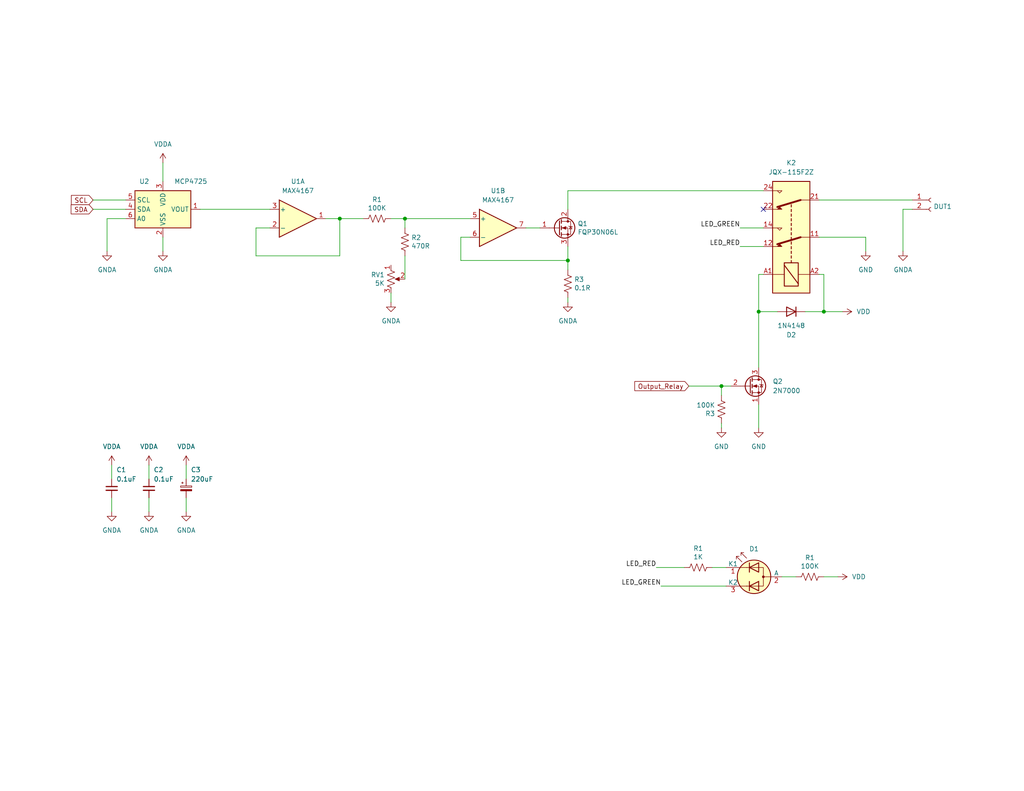
<source format=kicad_sch>
(kicad_sch (version 20230121) (generator eeschema)
  (paper "USLetter")
  (title_block (title "Dummy Load V2") (rev "1"))
  (lib_symbols
    (symbol "Amplifier_Operational:TL062" (pin_names (offset 0.127))
      (property "Reference" "U" (at 0 5.08 0))
      (property "Value" "TL062" (at 0 -5.08 0))
      (symbol "TL062_1_1"
        (polyline (pts (xy -5.08 5.08) (xy 5.08 0) (xy -5.08 -5.08) (xy -5.08 5.08)) (stroke (width 0.254)) (fill (type background)))
        (pin output line (at 7.62 0 180) (length 2.54) (name "~") (number "1"))
        (pin input line (at -7.62 -2.54 0) (length 2.54) (name "-") (number "2"))
        (pin input line (at -7.62 2.54 0) (length 2.54) (name "+") (number "3"))
      )
      (symbol "TL062_2_1"
        (polyline (pts (xy -5.08 5.08) (xy 5.08 0) (xy -5.08 -5.08) (xy -5.08 5.08)) (stroke (width 0.254)) (fill (type background)))
        (pin input line (at -7.62 2.54 0) (length 2.54) (name "+") (number "5"))
        (pin input line (at -7.62 -2.54 0) (length 2.54) (name "-") (number "6"))
        (pin output line (at 7.62 0 180) (length 2.54) (name "~") (number "7"))
      )
      (symbol "TL062_3_1"
        (pin power_in line (at -2.54 -7.62 90) (length 3.81) (name "V-") (number "4"))
        (pin power_in line (at -2.54 7.62 270) (length 3.81) (name "V+") (number "8"))
      )
    )
    (symbol "Analog_DAC:MCP4725xxx-xCH"
      (property "Reference" "U" (at -6.35 6.35 0))
      (property "Value" "MCP4725xxx-xCH" (at 8.89 6.35 0))
      (symbol "MCP4725xxx-xCH_0_1"
        (rectangle (start -7.62 5.08) (end 7.62 -5.08) (stroke (width 0.254)) (fill (type background)))
      )
      (symbol "MCP4725xxx-xCH_1_1"
        (pin output line (at 10.16 0 180) (length 2.54) (name "VOUT") (number "1"))
        (pin power_in line (at 0 -7.62 90) (length 2.54) (name "VSS") (number "2"))
        (pin power_in line (at 0 7.62 270) (length 2.54) (name "VDD") (number "3"))
        (pin bidirectional line (at -10.16 0 0) (length 2.54) (name "SDA") (number "4"))
        (pin input line (at -10.16 2.54 0) (length 2.54) (name "SCL") (number "5"))
        (pin input line (at -10.16 -2.54 0) (length 2.54) (name "A0") (number "6"))
      )
    )
    (symbol "BasicDummyLoad-rescue:Conn_01x02_Female-Connector" (pin_names (offset 1.016) hide)
      (property "Reference" "J" (at 0 2.54 0))
      (property "Value" "Connector_Conn_01x02_Female" (at 0 -5.08 0))
      (symbol "Conn_01x02_Female-Connector_1_1"
        (arc (start 0 -2.032) (mid -0.5058 -2.54) (end 0 -3.048) (stroke (width 0.1524)))
        (polyline (pts (xy -1.27 -2.54) (xy -0.508 -2.54)) (stroke (width 0.1524)))
        (polyline (pts (xy -1.27 0) (xy -0.508 0)) (stroke (width 0.1524)))
        (arc (start 0 0.508) (mid -0.5058 0) (end 0 -0.508) (stroke (width 0.1524)))
        (pin passive line (at -5.08 0 0) (length 3.81) (name "Pin_1") (number "1"))
        (pin passive line (at -5.08 -2.54 0) (length 3.81) (name "Pin_2") (number "2"))
      )
    )
    (symbol "BasicDummyLoad-rescue:R_POT_US-Device" (pin_names (offset 1.016) hide)
      (property "Reference" "RV" (at -4.445 0 90))
      (property "Value" "Device_R_POT_US" (at -2.54 0 90))
      (symbol "R_POT_US-Device_0_1"
        (polyline (pts (xy 0 -2.286) (xy 0 -2.54)))
        (polyline (pts (xy 0 2.54) (xy 0 2.286)))
        (polyline (pts (xy 2.54 0) (xy 1.524 0)))
        (polyline (pts (xy 1.143 0) (xy 2.286 0.508) (xy 2.286 -0.508) (xy 1.143 0)) (fill (type outline)))
        (polyline (pts (xy 0 -0.762) (xy 1.016 -1.143) (xy 0 -1.524) (xy -1.016 -1.905) (xy 0 -2.286)))
        (polyline (pts (xy 0 0.762) (xy 1.016 0.381) (xy 0 0) (xy -1.016 -0.381) (xy 0 -0.762)))
        (polyline (pts (xy 0 2.286) (xy 1.016 1.905) (xy 0 1.524) (xy -1.016 1.143) (xy 0 0.762)))
      )
      (symbol "R_POT_US-Device_1_1"
        (pin passive line (at 0 3.81 270) (length 1.27) (name "1") (number "1"))
        (pin passive line (at 3.81 0 180) (length 1.27) (name "2") (number "2"))
        (pin passive line (at 0 -3.81 90) (length 1.27) (name "3") (number "3"))
      )
    )
    (symbol "Device:C_Polarized_Small" (pin_numbers hide) (pin_names (offset 0.254) hide)
      (property "Reference" "C" (at 0.254 1.778 0))
      (property "Value" "C_Polarized_Small" (at 0.254 -2.032 0))
      (symbol "C_Polarized_Small_0_1"
        (rectangle (start -1.524 -0.3048) (end 1.524 -0.6858) (fill (type outline)))
        (rectangle (start -1.524 0.6858) (end 1.524 0.3048))
        (polyline (pts (xy -1.27 1.524) (xy -0.762 1.524)))
        (polyline (pts (xy -1.016 1.27) (xy -1.016 1.778)))
      )
      (symbol "C_Polarized_Small_1_1"
        (pin passive line (at 0 2.54 270) (length 1.8542) (name "~") (number "1"))
        (pin passive line (at 0 -2.54 90) (length 1.8542) (name "~") (number "2"))
      )
    )
    (symbol "Device:C_Small" (pin_numbers hide) (pin_names (offset 0.254) hide)
      (property "Reference" "C" (at 0.254 1.778 0))
      (property "Value" "C_Small" (at 0.254 -2.032 0))
      (symbol "C_Small_0_1"
        (polyline (pts (xy -1.524 -0.508) (xy 1.524 -0.508)) (stroke (width 0.3302)))
        (polyline (pts (xy -1.524 0.508) (xy 1.524 0.508)) (stroke (width 0.3048)))
      )
      (symbol "C_Small_1_1"
        (pin passive line (at 0 2.54 270) (length 2.032) (name "~") (number "1"))
        (pin passive line (at 0 -2.54 90) (length 2.032) (name "~") (number "2"))
      )
    )
    (symbol "Device:LED_Dual_KAK" (pin_names (offset 0))
      (property "Reference" "D" (at 0 5.715 0))
      (property "Value" "LED_Dual_KAK" (at 0 -6.35 0))
      (symbol "LED_Dual_KAK_0_1"
        (circle (center -2.54 0) (radius 0.2794) (fill (type outline)))
        (polyline (pts (xy -4.572 0) (xy -2.54 0)))
        (polyline (pts (xy 1.27 -1.27) (xy 1.27 -3.81)) (stroke (width 0.254)))
        (polyline (pts (xy 1.27 3.81) (xy 1.27 1.27)) (stroke (width 0.254)))
        (polyline (pts (xy 3.81 -2.54) (xy 1.905 -2.54)))
        (polyline (pts (xy 3.81 2.54) (xy 1.905 2.54)))
        (polyline (pts (xy -1.27 -1.27) (xy -1.27 -3.81) (xy 1.27 -2.54) (xy -1.27 -1.27)) (stroke (width 0.254)))
        (polyline (pts (xy -1.27 3.81) (xy -1.27 1.27) (xy 1.27 2.54) (xy -1.27 3.81)) (stroke (width 0.254)))
        (polyline (pts (xy 2.032 2.54) (xy -2.54 2.54) (xy -2.54 -2.54) (xy 2.032 -2.54)))
        (polyline (pts (xy 2.032 5.08) (xy 3.556 6.604) (xy 2.794 6.604) (xy 3.556 6.604) (xy 3.556 5.842)))
        (polyline (pts (xy 3.302 4.064) (xy 4.826 5.588) (xy 4.064 5.588) (xy 4.826 5.588) (xy 4.826 4.826)))
        (circle (center 0 0) (radius 4.572) (stroke (width 0.254)) (fill (type background)))
      )
      (symbol "LED_Dual_KAK_1_1"
        (pin input line (at 7.62 2.54 180) (length 3.81) (name "K1") (number "1"))
        (pin input line (at -7.62 0 0) (length 3.048) (name "A") (number "2"))
        (pin input line (at 7.62 -2.54 180) (length 3.81) (name "K2") (number "3"))
      )
    )
    (symbol "Device:R_US" (pin_numbers hide) (pin_names (offset 0))
      (property "Reference" "R" (at 2.54 0 90))
      (property "Value" "R_US" (at -2.54 0 90))
      (symbol "R_US_0_1"
        (polyline (pts (xy 0 -2.286) (xy 0 -2.54)))
        (polyline (pts (xy 0 2.286) (xy 0 2.54)))
        (polyline (pts (xy 0 -0.762) (xy 1.016 -1.143) (xy 0 -1.524) (xy -1.016 -1.905) (xy 0 -2.286)))
        (polyline (pts (xy 0 0.762) (xy 1.016 0.381) (xy 0 0) (xy -1.016 -0.381) (xy 0 -0.762)))
        (polyline (pts (xy 0 2.286) (xy 1.016 1.905) (xy 0 1.524) (xy -1.016 1.143) (xy 0 0.762)))
      )
      (symbol "R_US_1_1"
        (pin passive line (at 0 3.81 270) (length 1.27) (name "~") (number "1"))
        (pin passive line (at 0 -3.81 90) (length 1.27) (name "~") (number "2"))
      )
    )
    (symbol "Diode:1N4148" (pin_numbers hide) (pin_names hide)
      (property "Reference" "D" (at 0 2.54 0))
      (property "Value" "1N4148" (at 0 -2.54 0))
      (symbol "1N4148_0_1"
        (polyline (pts (xy -1.27 1.27) (xy -1.27 -1.27)) (stroke (width 0.254)))
        (polyline (pts (xy 1.27 0) (xy -1.27 0)))
        (polyline (pts (xy 1.27 1.27) (xy 1.27 -1.27) (xy -1.27 0) (xy 1.27 1.27)) (stroke (width 0.254)))
      )
      (symbol "1N4148_1_1"
        (pin passive line (at -3.81 0 0) (length 2.54) (name "K") (number "1"))
        (pin passive line (at 3.81 0 180) (length 2.54) (name "A") (number "2"))
      )
    )
    (symbol "Relay:Relay_DPDT"
      (property "Reference" "K" (at 16.51 3.81 0))
      (property "Value" "Relay_DPDT" (at 16.51 1.27 0))
      (symbol "Relay_DPDT_0_1"
        (rectangle (start -15.24 5.08) (end 15.24 -5.08) (stroke (width 0.254)) (fill (type background)))
        (rectangle (start -13.335 1.905) (end -6.985 -1.905) (stroke (width 0.254)))
        (polyline (pts (xy -12.7 -1.905) (xy -7.62 1.905)) (stroke (width 0.254)))
        (polyline (pts (xy -10.16 -5.08) (xy -10.16 -1.905)))
        (polyline (pts (xy -10.16 5.08) (xy -10.16 1.905)))
        (polyline (pts (xy -6.985 0) (xy -6.35 0)) (stroke (width 0.254)))
        (polyline (pts (xy -5.715 0) (xy -5.08 0)) (stroke (width 0.254)))
        (polyline (pts (xy -4.445 0) (xy -3.81 0)) (stroke (width 0.254)))
        (polyline (pts (xy -3.175 0) (xy -2.54 0)) (stroke (width 0.254)))
        (polyline (pts (xy -1.905 0) (xy -1.27 0)) (stroke (width 0.254)))
        (polyline (pts (xy -0.635 0) (xy 0 0)) (stroke (width 0.254)))
        (polyline (pts (xy 0 -2.54) (xy -1.905 3.81)) (stroke (width 0.508)))
        (polyline (pts (xy 0 -2.54) (xy 0 -5.08)))
        (polyline (pts (xy 0.635 0) (xy 1.27 0)) (stroke (width 0.254)))
        (polyline (pts (xy 1.905 0) (xy 2.54 0)) (stroke (width 0.254)))
        (polyline (pts (xy 3.175 0) (xy 3.81 0)) (stroke (width 0.254)))
        (polyline (pts (xy 4.445 0) (xy 5.08 0)) (stroke (width 0.254)))
        (polyline (pts (xy 5.715 0) (xy 6.35 0)) (stroke (width 0.254)))
        (polyline (pts (xy 6.985 0) (xy 7.62 0)) (stroke (width 0.254)))
        (polyline (pts (xy 8.255 0) (xy 8.89 0)) (stroke (width 0.254)))
        (polyline (pts (xy 10.16 -2.54) (xy 8.255 3.81)) (stroke (width 0.508)))
        (polyline (pts (xy 10.16 -2.54) (xy 10.16 -5.08)))
        (polyline (pts (xy -2.54 5.08) (xy -2.54 2.54) (xy -1.905 3.175) (xy -2.54 3.81)) (fill (type outline)))
        (polyline (pts (xy 2.54 5.08) (xy 2.54 2.54) (xy 1.905 3.175) (xy 2.54 3.81)))
        (polyline (pts (xy 7.62 5.08) (xy 7.62 2.54) (xy 8.255 3.175) (xy 7.62 3.81)) (fill (type outline)))
        (polyline (pts (xy 12.7 5.08) (xy 12.7 2.54) (xy 12.065 3.175) (xy 12.7 3.81)))
      )
      (symbol "Relay_DPDT_1_1"
        (pin passive line (at 0 -7.62 90) (length 2.54) (name "~") (number "11"))
        (pin passive line (at -2.54 7.62 270) (length 2.54) (name "~") (number "12"))
        (pin passive line (at 2.54 7.62 270) (length 2.54) (name "~") (number "14"))
        (pin passive line (at 10.16 -7.62 90) (length 2.54) (name "~") (number "21"))
        (pin passive line (at 7.62 7.62 270) (length 2.54) (name "~") (number "22"))
        (pin passive line (at 12.7 7.62 270) (length 2.54) (name "~") (number "24"))
        (pin passive line (at -10.16 7.62 270) (length 2.54) (name "~") (number "A1"))
        (pin passive line (at -10.16 -7.62 90) (length 2.54) (name "~") (number "A2"))
      )
    )
    (symbol "Transistor_FET:2N7000" (pin_names hide)
      (property "Reference" "Q" (at 5.08 1.905 0))
      (property "Value" "2N7000" (at 5.08 0 0))
      (symbol "2N7000_0_1"
        (polyline (pts (xy 0.254 0) (xy -2.54 0)))
        (polyline (pts (xy 0.254 1.905) (xy 0.254 -1.905)) (stroke (width 0.254)))
        (polyline (pts (xy 0.762 -1.27) (xy 0.762 -2.286)) (stroke (width 0.254)))
        (polyline (pts (xy 0.762 0.508) (xy 0.762 -0.508)) (stroke (width 0.254)))
        (polyline (pts (xy 0.762 2.286) (xy 0.762 1.27)) (stroke (width 0.254)))
        (polyline (pts (xy 2.54 2.54) (xy 2.54 1.778)))
        (polyline (pts (xy 2.54 -2.54) (xy 2.54 0) (xy 0.762 0)))
        (polyline (pts (xy 0.762 -1.778) (xy 3.302 -1.778) (xy 3.302 1.778) (xy 0.762 1.778)))
        (polyline (pts (xy 1.016 0) (xy 2.032 0.381) (xy 2.032 -0.381) (xy 1.016 0)) (fill (type outline)))
        (polyline (pts (xy 2.794 0.508) (xy 2.921 0.381) (xy 3.683 0.381) (xy 3.81 0.254)))
        (polyline (pts (xy 3.302 0.381) (xy 2.921 -0.254) (xy 3.683 -0.254) (xy 3.302 0.381)))
        (circle (center 1.651 0) (radius 2.794) (stroke (width 0.254)))
        (circle (center 2.54 -1.778) (radius 0.254) (fill (type outline)))
        (circle (center 2.54 1.778) (radius 0.254) (fill (type outline)))
      )
      (symbol "2N7000_1_1"
        (pin passive line (at 2.54 -5.08 90) (length 2.54) (name "S") (number "1"))
        (pin input line (at -5.08 0 0) (length 2.54) (name "G") (number "2"))
        (pin passive line (at 2.54 5.08 270) (length 2.54) (name "D") (number "3"))
      )
    )
    (symbol "Transistor_FET:QM6006D" (pin_names hide)
      (property "Reference" "Q" (at 5.08 1.905 0))
      (property "Value" "QM6006D" (at 5.08 0 0))
      (symbol "QM6006D_0_1"
        (polyline (pts (xy 0.254 0) (xy -2.54 0)))
        (polyline (pts (xy 0.254 1.905) (xy 0.254 -1.905)) (stroke (width 0.254)))
        (polyline (pts (xy 0.762 -1.27) (xy 0.762 -2.286)) (stroke (width 0.254)))
        (polyline (pts (xy 0.762 0.508) (xy 0.762 -0.508)) (stroke (width 0.254)))
        (polyline (pts (xy 0.762 2.286) (xy 0.762 1.27)) (stroke (width 0.254)))
        (polyline (pts (xy 2.54 2.54) (xy 2.54 1.778)))
        (polyline (pts (xy 2.54 -2.54) (xy 2.54 0) (xy 0.762 0)))
        (polyline (pts (xy 0.762 -1.778) (xy 3.302 -1.778) (xy 3.302 1.778) (xy 0.762 1.778)))
        (polyline (pts (xy 1.016 0) (xy 2.032 0.381) (xy 2.032 -0.381) (xy 1.016 0)) (fill (type outline)))
        (polyline (pts (xy 2.794 0.508) (xy 2.921 0.381) (xy 3.683 0.381) (xy 3.81 0.254)))
        (polyline (pts (xy 3.302 0.381) (xy 2.921 -0.254) (xy 3.683 -0.254) (xy 3.302 0.381)))
        (circle (center 1.651 0) (radius 2.794) (stroke (width 0.254)))
        (circle (center 2.54 -1.778) (radius 0.254) (fill (type outline)))
        (circle (center 2.54 1.778) (radius 0.254) (fill (type outline)))
      )
      (symbol "QM6006D_1_1"
        (pin input line (at -5.08 0 0) (length 2.54) (name "G") (number "1"))
        (pin passive line (at 2.54 5.08 270) (length 2.54) (name "D") (number "2"))
        (pin passive line (at 2.54 -5.08 90) (length 2.54) (name "S") (number "3"))
      )
    )
    (symbol "power:GND" (power) (pin_names (offset 0))
      (property "Value" "GND" (at 0 -3.81 0))
      (symbol "GND_0_1"
        (polyline (pts (xy 0 0) (xy 0 -1.27) (xy 1.27 -1.27) (xy 0 -2.54) (xy -1.27 -1.27) (xy 0 -1.27)))
      )
      (symbol "GND_1_1"
        (pin power_in line (at 0 0 270) (length 0) hide (name "GND") (number "1"))
      )
    )
    (symbol "power:GNDA" (power) (pin_names (offset 0))
      (property "Value" "GNDA" (at 0 -3.81 0))
      (symbol "GNDA_0_1"
        (polyline (pts (xy 0 0) (xy 0 -1.27) (xy 1.27 -1.27) (xy 0 -2.54) (xy -1.27 -1.27) (xy 0 -1.27)))
      )
      (symbol "GNDA_1_1"
        (pin power_in line (at 0 0 270) (length 0) hide (name "GNDA") (number "1"))
      )
    )
    (symbol "power:VDD" (power) (pin_names (offset 0))
      (property "Value" "VDD" (at 0 3.81 0))
      (symbol "VDD_0_1"
        (polyline (pts (xy -0.762 1.27) (xy 0 2.54)))
        (polyline (pts (xy 0 0) (xy 0 2.54)))
        (polyline (pts (xy 0 2.54) (xy 0.762 1.27)))
      )
      (symbol "VDD_1_1"
        (pin power_in line (at 0 0 90) (length 0) hide (name "VDD") (number "1"))
      )
    )
    (symbol "power:VDDA" (power) (pin_names (offset 0))
      (property "Value" "VDDA" (at 0 3.81 0))
      (symbol "VDDA_0_1"
        (polyline (pts (xy -0.762 1.27) (xy 0 2.54)))
        (polyline (pts (xy 0 0) (xy 0 2.54)))
        (polyline (pts (xy 0 2.54) (xy 0.762 1.27)))
      )
      (symbol "VDDA_1_1"
        (pin power_in line (at 0 0 90) (length 0) hide (name "VDDA") (number "1"))
      )
    )
  )
  (junction (at 224.79 85.09))
  (junction (at 154.94 71.12))
  (junction (at 110.49 59.69))
  (junction (at 92.71 59.69))
  (junction (at 207.01 85.09))
  (junction (at 196.85 105.41))
  (no_connect (at 208.28 57.15))
  (wire (pts (xy 154.94 52.07) (xy 154.94 57.15)))
  (wire (pts (xy 69.85 69.85) (xy 92.71 69.85)))
  (wire (pts (xy 110.49 59.69) (xy 128.27 59.69)))
  (wire (pts (xy 30.48 127) (xy 30.48 130.81)))
  (wire (pts (xy 154.94 71.12) (xy 154.94 73.66)))
  (wire (pts (xy 179.07 154.94) (xy 186.69 154.94)))
  (wire (pts (xy 73.66 62.23) (xy 69.85 62.23)))
  (wire (pts (xy 208.28 52.07) (xy 154.94 52.07)))
  (wire (pts (xy 213.36 157.48) (xy 217.17 157.48)))
  (wire (pts (xy 92.71 59.69) (xy 88.9 59.69)))
  (wire (pts (xy 246.38 57.15) (xy 246.38 68.58)))
  (wire (pts (xy 207.01 74.93) (xy 207.01 85.09)))
  (wire (pts (xy 196.85 105.41) (xy 196.85 107.95)))
  (wire (pts (xy 154.94 81.28) (xy 154.94 82.55)))
  (wire (pts (xy 224.79 157.48) (xy 228.6 157.48)))
  (wire (pts (xy 50.8 135.89) (xy 50.8 139.7)))
  (wire (pts (xy 92.71 59.69) (xy 99.06 59.69)))
  (wire (pts (xy 207.01 110.49) (xy 207.01 116.84)))
  (wire (pts (xy 40.64 127) (xy 40.64 130.81)))
  (wire (pts (xy 223.52 74.93) (xy 224.79 74.93)))
  (wire (pts (xy 154.94 71.12) (xy 125.73 71.12)))
  (wire (pts (xy 69.85 62.23) (xy 69.85 69.85)))
  (wire (pts (xy 147.32 62.23) (xy 143.51 62.23)))
  (wire (pts (xy 110.49 69.85) (xy 110.49 76.2)))
  (wire (pts (xy 223.52 64.77) (xy 236.22 64.77)))
  (wire (pts (xy 219.71 85.09) (xy 224.79 85.09)))
  (wire (pts (xy 187.96 105.41) (xy 196.85 105.41)))
  (wire (pts (xy 201.93 67.31) (xy 208.28 67.31)))
  (wire (pts (xy 224.79 85.09) (xy 229.87 85.09)))
  (wire (pts (xy 180.34 160.02) (xy 198.12 160.02)))
  (wire (pts (xy 106.68 59.69) (xy 110.49 59.69)))
  (wire (pts (xy 29.21 59.69) (xy 29.21 68.58)))
  (wire (pts (xy 34.29 57.15) (xy 25.4 57.15)))
  (wire (pts (xy 125.73 64.77) (xy 128.27 64.77)))
  (wire (pts (xy 110.49 62.23) (xy 110.49 59.69)))
  (wire (pts (xy 224.79 74.93) (xy 224.79 85.09)))
  (wire (pts (xy 25.4 54.61) (xy 34.29 54.61)))
  (wire (pts (xy 44.45 44.45) (xy 44.45 49.53)))
  (wire (pts (xy 194.31 154.94) (xy 198.12 154.94)))
  (wire (pts (xy 50.8 127) (xy 50.8 130.81)))
  (wire (pts (xy 207.01 74.93) (xy 208.28 74.93)))
  (wire (pts (xy 196.85 115.57) (xy 196.85 116.84)))
  (wire (pts (xy 196.85 105.41) (xy 199.39 105.41)))
  (wire (pts (xy 236.22 64.77) (xy 236.22 68.58)))
  (wire (pts (xy 30.48 135.89) (xy 30.48 139.7)))
  (wire (pts (xy 34.29 59.69) (xy 29.21 59.69)))
  (wire (pts (xy 44.45 64.77) (xy 44.45 68.58)))
  (wire (pts (xy 207.01 85.09) (xy 212.09 85.09)))
  (wire (pts (xy 207.01 100.33) (xy 207.01 85.09)))
  (wire (pts (xy 106.68 80.01) (xy 106.68 82.55)))
  (wire (pts (xy 201.93 62.23) (xy 208.28 62.23)))
  (wire (pts (xy 125.73 71.12) (xy 125.73 64.77)))
  (wire (pts (xy 248.92 57.15) (xy 246.38 57.15)))
  (wire (pts (xy 40.64 135.89) (xy 40.64 139.7)))
  (wire (pts (xy 154.94 67.31) (xy 154.94 71.12)))
  (wire (pts (xy 54.61 57.15) (xy 73.66 57.15)))
  (wire (pts (xy 223.52 54.61) (xy 248.92 54.61)))
  (wire (pts (xy 92.71 69.85) (xy 92.71 59.69)))
  (label "LED_GREEN" (at 201.93 62.23 180))
  (label "LED_GREEN" (at 180.34 160.02 180))
  (label "LED_RED" (at 201.93 67.31 180))
  (label "LED_RED" (at 179.07 154.94 180))
  (global_label "SDA" (shape input) (at 25.4 57.15 180) (property "Intersheetrefs" "${INTERSHEET_REFS}" (effects hide)))
  (global_label "Output_Relay" (shape input) (at 187.96 105.41 180) (property "Intersheetrefs" "${INTERSHEET_REFS}" (effects hide)))
  (global_label "SCL" (shape input) (at 25.4 54.61 180) (property "Intersheetrefs" "${INTERSHEET_REFS}" (effects hide)))
  (symbol (lib_id "power:GNDA") (at 246.38 68.58 0) (unit 1)
    (property "Reference" "#PWR04" (effects hide))
    (property "Value" "GNDA" (at 246.38 73.66 0))
    (instances (project "DummyLoadV2" (path "" (reference "#PWR04") (unit 1)) (path "" (reference "#PWR032") (unit 1))))
  )
  (symbol (lib_id "power:VDD") (at 229.87 85.09 270) (unit 1)
    (property "Reference" "#PWR016" (effects hide))
    (property "Value" "VDD" (at 233.68 85.09 90) (effects (justify left)))
    (instances (project "DummyLoadV2" (path "" (reference "#PWR016") (unit 1)) (path "" (reference "#PWR029") (unit 1))))
  )
  (symbol (lib_id "Amplifier_Operational:TL062") (at 81.28 59.69 0) (unit 1)
    (property "Reference" "U1" (at 81.28 49.53 0))
    (property "Value" "MAX4167" (at 81.28 52.07 0))
    (property "Datasheet" "http://www.ti.com/lit/ds/symlink/tl061.pdf" (effects hide))
    (instances (project "DummyLoadV2" (path "" (reference "U1") (unit 1)) (path "" (reference "U1") (unit 1)) (path "" (reference "U4") (unit 1))) (project "BasicDummyLoad" (path "" (reference "U3") (unit 1))))
  )
  (symbol (lib_id "BasicDummyLoad-rescue:R_POT_US-Device") (at 106.68 76.2 0) (unit 1)
    (property "Reference" "RV1" (at 104.9782 75.0316 0) (effects (justify right)))
    (property "Value" "5K" (at 104.9782 77.343 0) (effects (justify right)))
    (instances (project "DummyLoadV2" (path "" (reference "RV1") (unit 1)) (path "" (reference "RV1") (unit 1)) (path "" (reference "RV2") (unit 1))) (project "BasicDummyLoad" (path "" (reference "RV3") (unit 1))))
  )
  (symbol (lib_id "power:VDDA") (at 50.8 127 0) (unit 1)
    (property "Reference" "#PWR011" (effects hide))
    (property "Value" "VDDA" (at 50.8 121.92 0))
    (instances (project "DummyLoadV2" (path "" (reference "#PWR011") (unit 1)) (path "" (reference "#PWR024") (unit 1))))
  )
  (symbol (lib_id "power:GNDA") (at 106.68 82.55 0) (unit 1)
    (property "Reference" "#PWR02" (effects hide))
    (property "Value" "GNDA" (at 106.68 87.63 0))
    (instances (project "DummyLoadV2" (path "" (reference "#PWR02") (unit 1)) (path "" (reference "#PWR026") (unit 1))))
  )
  (symbol (lib_id "Device:R_US") (at 110.49 66.04 180) (unit 1)
    (property "Reference" "R2" (at 112.2172 64.8716 0) (effects (justify right)))
    (property "Value" "470R" (at 112.2172 67.183 0) (effects (justify right)))
    (instances (project "DummyLoadV2" (path "" (reference "R2") (unit 1)) (path "" (reference "R2") (unit 1)) (path "" (reference "R8") (unit 1))) (project "BasicDummyLoad" (path "" (reference "R5") (unit 1))))
  )
  (symbol (lib_id "power:VDDA") (at 44.45 44.45 0) (unit 1)
    (property "Reference" "#PWR06" (effects hide))
    (property "Value" "VDDA" (at 44.45 39.37 0))
    (instances (project "DummyLoadV2" (path "" (reference "#PWR06") (unit 1)) (path "" (reference "#PWR022") (unit 1))))
  )
  (symbol (lib_id "power:VDD") (at 228.6 157.48 270) (unit 1)
    (property "Reference" "#PWR013" (effects hide))
    (property "Value" "VDD" (at 232.41 157.48 90) (effects (justify left)))
    (instances (project "DummyLoadV2" (path "" (reference "#PWR013") (unit 1)) (path "" (reference "#PWR031") (unit 1))))
  )
  (symbol (lib_id "Device:C_Polarized_Small") (at 50.8 133.35 0) (unit 1)
    (property "Reference" "C3" (at 52.07 128.27 0) (effects (justify left)))
    (property "Value" "220uF" (at 52.07 130.81 0) (effects (justify left)))
    (instances (project "DummyLoadV2" (path "" (reference "C3") (unit 1)) (path "" (reference "C6") (unit 1))))
  )
  (symbol (lib_id "Amplifier_Operational:TL062") (at 135.89 62.23 0) (unit 2)
    (property "Reference" "U1" (at 135.89 52.07 0))
    (property "Value" "MAX4167" (at 135.89 54.61 0))
    (property "Datasheet" "http://www.ti.com/lit/ds/symlink/tl061.pdf" (effects hide))
    (instances (project "DummyLoadV2" (path "" (reference "U1") (unit 2)) (path "" (reference "U1") (unit 2)) (path "" (reference "U4") (unit 2))) (project "BasicDummyLoad" (path "" (reference "U3") (unit 2))))
  )
  (symbol (lib_id "power:GNDA") (at 29.21 68.58 0) (unit 1)
    (property "Reference" "#PWR05" (effects hide))
    (property "Value" "GNDA" (at 29.21 73.66 0))
    (instances (project "DummyLoadV2" (path "" (reference "#PWR05") (unit 1)) (path "" (reference "#PWR019") (unit 1))))
  )
  (symbol (lib_id "power:VDDA") (at 30.48 127 0) (unit 1)
    (property "Reference" "#PWR07" (effects hide))
    (property "Value" "VDDA" (at 30.48 121.92 0))
    (instances (project "DummyLoadV2" (path "" (reference "#PWR07") (unit 1)) (path "" (reference "#PWR017") (unit 1))))
  )
  (symbol (lib_id "power:GND") (at 236.22 68.58 0) (unit 1)
    (property "Reference" "#PWR015" (effects hide))
    (property "Value" "GND" (at 236.22 73.66 0))
    (instances (project "DummyLoadV2" (path "" (reference "#PWR015") (unit 1)) (path "" (reference "#PWR030") (unit 1))))
  )
  (symbol (lib_id "Device:R_US") (at 196.85 111.76 0) (unit 1)
    (property "Reference" "R3" (at 195.1228 112.9284 0) (effects (justify right)))
    (property "Value" "100K" (at 195.1228 110.617 0) (effects (justify right)))
    (instances (project "DummyLoadV2" (path "" (reference "R3") (unit 1)) (path "" (reference "R6") (unit 1)) (path "" (reference "R10") (unit 1))) (project "BasicDummyLoad" (path "" (reference "R6") (unit 1))))
  )
  (symbol (lib_id "Analog_DAC:MCP4725xxx-xCH") (at 44.45 57.15 0) (unit 1)
    (property "Reference" "U2" (at 39.37 49.53 0))
    (property "Value" "MCP4725" (at 52.07 49.53 0))
    (property "Footprint" "Package_TO_SOT_SMD:SOT-23-6" (effects hide))
    (property "Datasheet" "http://ww1.microchip.com/downloads/en/DeviceDoc/22039d.pdf" (effects hide))
    (instances (project "DummyLoadV2" (path "" (reference "U2") (unit 1)) (path "" (reference "U3") (unit 1))))
  )
  (symbol (lib_id "power:GNDA") (at 30.48 139.7 0) (unit 1)
    (property "Reference" "#PWR08" (effects hide))
    (property "Value" "GNDA" (at 30.48 144.78 0))
    (instances (project "DummyLoadV2" (path "" (reference "#PWR08") (unit 1)) (path "" (reference "#PWR018") (unit 1))))
  )
  (symbol (lib_id "Device:R_US") (at 220.98 157.48 270) (unit 1)
    (property "Reference" "R1" (at 220.98 152.273 90))
    (property "Value" "100K" (at 220.98 154.5844 90))
    (instances (project "DummyLoadV2" (path "" (reference "R1") (unit 1)) (path "" (reference "R5") (unit 1)) (path "" (reference "R12") (unit 1))) (project "BasicDummyLoad" (path "" (reference "R4") (unit 1))))
  )
  (symbol (lib_id "BasicDummyLoad-rescue:Conn_01x02_Female-Connector") (at 254 54.61 0) (unit 1)
    (property "Reference" "DUT1" (at 254.7112 56.388 0) (effects (justify left)))
    (property "Value" "Conn_01x02_Female" (effects hide))
    (instances (project "DummyLoadV2" (path "" (reference "DUT1") (unit 1)) (path "" (reference "DUT1") (unit 1)) (path "" (reference "DUT2") (unit 1))) (project "BasicDummyLoad" (path "" (reference "DUT") (unit 1))))
  )
  (symbol (lib_id "Diode:1N4148") (at 215.9 85.09 180) (unit 1)
    (property "Reference" "D2" (at 215.9 91.44 0))
    (property "Value" "1N4148" (at 215.9 88.9 0))
    (property "Footprint" "Diode_THT:D_DO-35_SOD27_P7.62mm_Horizontal" (effects hide))
    (property "Datasheet" "https://assets.nexperia.com/documents/data-sheet/1N4148_1N4448.pdf" (effects hide))
    (property "Sim.Device" "D" (effects hide))
    (property "Sim.Pins" "1=K 2=A" (effects hide))
    (instances (project "DummyLoadV2" (path "" (reference "D2") (unit 1)) (path "" (reference "D3") (unit 1))))
  )
  (symbol (lib_id "power:GNDA") (at 50.8 139.7 0) (unit 1)
    (property "Reference" "#PWR012" (effects hide))
    (property "Value" "GNDA" (at 50.8 144.78 0))
    (instances (project "DummyLoadV2" (path "" (reference "#PWR012") (unit 1)) (path "" (reference "#PWR025") (unit 1))))
  )
  (symbol (lib_id "power:GNDA") (at 44.45 68.58 0) (unit 1)
    (property "Reference" "#PWR03" (effects hide))
    (property "Value" "GNDA" (at 44.45 73.66 0))
    (instances (project "DummyLoadV2" (path "" (reference "#PWR03") (unit 1)) (path "" (reference "#PWR023") (unit 1))))
  )
  (symbol (lib_id "power:VDDA") (at 40.64 127 0) (unit 1)
    (property "Reference" "#PWR09" (effects hide))
    (property "Value" "VDDA" (at 40.64 121.92 0))
    (instances (project "DummyLoadV2" (path "" (reference "#PWR09") (unit 1)) (path "" (reference "#PWR020") (unit 1))))
  )
  (symbol (lib_id "Transistor_FET:QM6006D") (at 152.4 62.23 0) (unit 1)
    (property "Reference" "Q1" (at 157.607 61.0616 0) (effects (justify left)))
    (property "Value" "FQP30N06L" (at 157.607 63.373 0) (effects (justify left)))
    (property "Footprint" "Package_TO_SOT_SMD:TO-252-2" (effects hide))
    (property "Datasheet" "http://www.jaolen.com/images/pdf/QM6006D.pdf" (effects hide))
    (instances (project "DummyLoadV2" (path "" (reference "Q1") (unit 1)) (path "" (reference "Q1") (unit 1)) (path "" (reference "Q3") (unit 1))) (project "BasicDummyLoad" (path "" (reference "Q2") (unit 1))))
  )
  (symbol (lib_id "Device:C_Small") (at 30.48 133.35 0) (unit 1)
    (property "Reference" "C1" (at 31.75 128.27 0) (effects (justify left)))
    (property "Value" "0.1uF" (at 31.75 130.81 0) (effects (justify left)))
    (instances (project "DummyLoadV2" (path "" (reference "C1") (unit 1)) (path "" (reference "C4") (unit 1))))
  )
  (symbol (lib_id "Device:R_US") (at 154.94 77.47 180) (unit 1)
    (property "Reference" "R3" (at 156.6672 76.3016 0) (effects (justify right)))
    (property "Value" "0.1R" (at 156.6672 78.613 0) (effects (justify right)))
    (instances (project "DummyLoadV2" (path "" (reference "R3") (unit 1)) (path "" (reference "R3") (unit 1)) (path "" (reference "R9") (unit 1))) (project "BasicDummyLoad" (path "" (reference "R6") (unit 1))))
  )
  (symbol (lib_id "Transistor_FET:2N7000") (at 204.47 105.41 0) (unit 1)
    (property "Reference" "Q2" (at 210.82 104.14 0) (effects (justify left)))
    (property "Value" "2N7000" (at 210.82 106.68 0) (effects (justify left)))
    (property "Footprint" "Package_TO_SOT_THT:TO-92_Inline" (effects hide))
    (property "Datasheet" "https://www.vishay.com/docs/70226/70226.pdf" (effects hide))
    (instances (project "DummyLoadV2" (path "" (reference "Q2") (unit 1)) (path "" (reference "Q4") (unit 1))))
  )
  (symbol (lib_id "Relay:Relay_DPDT") (at 215.9 64.77 90) (unit 1)
    (property "Reference" "K2" (at 215.9 44.45 90))
    (property "Value" "JQX-115F2Z" (at 215.9 46.99 90))
    (instances (project "DummyLoadV2" (path "" (reference "K2") (unit 1)) (path "" (reference "K1") (unit 1))))
  )
  (symbol (lib_id "Device:R_US") (at 102.87 59.69 270) (unit 1)
    (property "Reference" "R1" (at 102.87 54.483 90))
    (property "Value" "100K" (at 102.87 56.7944 90))
    (instances (project "DummyLoadV2" (path "" (reference "R1") (unit 1)) (path "" (reference "R1") (unit 1)) (path "" (reference "R7") (unit 1))) (project "BasicDummyLoad" (path "" (reference "R4") (unit 1))))
  )
  (symbol (lib_id "power:GND") (at 196.85 116.84 0) (unit 1)
    (property "Reference" "#PWR034" (effects hide))
    (property "Value" "GND" (at 196.85 121.92 0))
    (instances (project "DummyLoadV2" (path "" (reference "#PWR034") (unit 1)) (path "" (reference "#PWR028") (unit 1))))
  )
  (symbol (lib_id "Device:C_Small") (at 40.64 133.35 0) (unit 1)
    (property "Reference" "C2" (at 41.91 128.27 0) (effects (justify left)))
    (property "Value" "0.1uF" (at 41.91 130.81 0) (effects (justify left)))
    (instances (project "DummyLoadV2" (path "" (reference "C2") (unit 1)) (path "" (reference "C5") (unit 1))))
  )
  (symbol (lib_id "Device:LED_Dual_KAK") (at 205.74 157.48 0) (mirror y) (unit 1)
    (property "Reference" "D1" (at 205.74 149.86 0))
    (property "Value" "LED_Dual_KAK" (effects hide))
    (instances (project "DummyLoadV2" (path "" (reference "D1") (unit 1)) (path "" (reference "D4") (unit 1))))
  )
  (symbol (lib_id "power:GND") (at 207.01 116.84 0) (unit 1)
    (property "Reference" "#PWR014" (effects hide))
    (property "Value" "GND" (at 207.01 121.92 0))
    (instances (project "DummyLoadV2" (path "" (reference "#PWR014") (unit 1)) (path "" (reference "#PWR028") (unit 1))))
  )
  (symbol (lib_id "Device:R_US") (at 190.5 154.94 270) (unit 1)
    (property "Reference" "R1" (at 190.5 149.733 90))
    (property "Value" "1K" (at 190.5 152.0444 90))
    (instances (project "DummyLoadV2" (path "" (reference "R1") (unit 1)) (path "" (reference "R4") (unit 1)) (path "" (reference "R11") (unit 1))) (project "BasicDummyLoad" (path "" (reference "R4") (unit 1))))
  )
  (symbol (lib_id "power:GNDA") (at 154.94 82.55 0) (unit 1)
    (property "Reference" "#PWR01" (effects hide))
    (property "Value" "GNDA" (at 154.94 87.63 0))
    (instances (project "DummyLoadV2" (path "" (reference "#PWR01") (unit 1)) (path "" (reference "#PWR027") (unit 1))))
  )
  (symbol (lib_id "power:GNDA") (at 40.64 139.7 0) (unit 1)
    (property "Reference" "#PWR010" (effects hide))
    (property "Value" "GNDA" (at 40.64 144.78 0))
    (instances (project "DummyLoadV2" (path "" (reference "#PWR010") (unit 1)) (path "" (reference "#PWR021") (unit 1))))
  )
)
</source>
